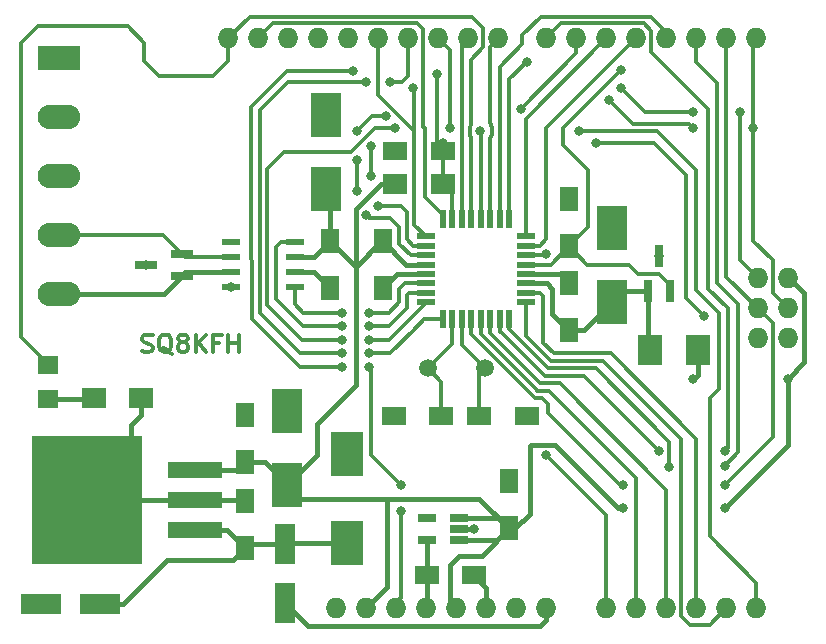
<source format=gtl>
G04 #@! TF.FileFunction,Copper,L1,Top,Signal*
%FSLAX46Y46*%
G04 Gerber Fmt 4.6, Leading zero omitted, Abs format (unit mm)*
G04 Created by KiCad (PCBNEW 4.0.6) date Tuesday, 13 February 2018 20:17:47*
%MOMM*%
%LPD*%
G01*
G04 APERTURE LIST*
%ADD10C,0.100000*%
%ADD11C,0.300000*%
%ADD12O,1.727200X1.727200*%
%ADD13R,1.600000X2.000000*%
%ADD14R,2.000000X1.600000*%
%ADD15R,2.000000X2.500000*%
%ADD16C,1.501140*%
%ADD17R,2.500000X3.750000*%
%ADD18R,1.800860X1.597660*%
%ADD19R,1.900000X0.800000*%
%ADD20R,1.800860X3.500120*%
%ADD21R,3.500120X1.800860*%
%ADD22R,3.600000X2.100000*%
%ADD23O,3.600000X2.100000*%
%ADD24R,2.000000X1.700000*%
%ADD25R,0.800000X1.900000*%
%ADD26R,1.600000X0.550000*%
%ADD27R,0.550000X1.600000*%
%ADD28R,1.560000X0.650000*%
%ADD29R,1.550000X0.600000*%
%ADD30R,4.600000X1.390000*%
%ADD31R,9.400000X10.800000*%
%ADD32R,2.700000X3.750000*%
%ADD33C,0.800000*%
%ADD34C,0.400000*%
G04 APERTURE END LIST*
D10*
D11*
X159976857Y-80744143D02*
X160191143Y-80815571D01*
X160548286Y-80815571D01*
X160691143Y-80744143D01*
X160762572Y-80672714D01*
X160834000Y-80529857D01*
X160834000Y-80387000D01*
X160762572Y-80244143D01*
X160691143Y-80172714D01*
X160548286Y-80101286D01*
X160262572Y-80029857D01*
X160119714Y-79958429D01*
X160048286Y-79887000D01*
X159976857Y-79744143D01*
X159976857Y-79601286D01*
X160048286Y-79458429D01*
X160119714Y-79387000D01*
X160262572Y-79315571D01*
X160619714Y-79315571D01*
X160834000Y-79387000D01*
X162476857Y-80958429D02*
X162334000Y-80887000D01*
X162191143Y-80744143D01*
X161976857Y-80529857D01*
X161834000Y-80458429D01*
X161691143Y-80458429D01*
X161762571Y-80815571D02*
X161619714Y-80744143D01*
X161476857Y-80601286D01*
X161405428Y-80315571D01*
X161405428Y-79815571D01*
X161476857Y-79529857D01*
X161619714Y-79387000D01*
X161762571Y-79315571D01*
X162048285Y-79315571D01*
X162191143Y-79387000D01*
X162334000Y-79529857D01*
X162405428Y-79815571D01*
X162405428Y-80315571D01*
X162334000Y-80601286D01*
X162191143Y-80744143D01*
X162048285Y-80815571D01*
X161762571Y-80815571D01*
X163262572Y-79958429D02*
X163119714Y-79887000D01*
X163048286Y-79815571D01*
X162976857Y-79672714D01*
X162976857Y-79601286D01*
X163048286Y-79458429D01*
X163119714Y-79387000D01*
X163262572Y-79315571D01*
X163548286Y-79315571D01*
X163691143Y-79387000D01*
X163762572Y-79458429D01*
X163834000Y-79601286D01*
X163834000Y-79672714D01*
X163762572Y-79815571D01*
X163691143Y-79887000D01*
X163548286Y-79958429D01*
X163262572Y-79958429D01*
X163119714Y-80029857D01*
X163048286Y-80101286D01*
X162976857Y-80244143D01*
X162976857Y-80529857D01*
X163048286Y-80672714D01*
X163119714Y-80744143D01*
X163262572Y-80815571D01*
X163548286Y-80815571D01*
X163691143Y-80744143D01*
X163762572Y-80672714D01*
X163834000Y-80529857D01*
X163834000Y-80244143D01*
X163762572Y-80101286D01*
X163691143Y-80029857D01*
X163548286Y-79958429D01*
X164476857Y-80815571D02*
X164476857Y-79315571D01*
X165334000Y-80815571D02*
X164691143Y-79958429D01*
X165334000Y-79315571D02*
X164476857Y-80172714D01*
X166476857Y-80029857D02*
X165976857Y-80029857D01*
X165976857Y-80815571D02*
X165976857Y-79315571D01*
X166691143Y-79315571D01*
X167262571Y-80815571D02*
X167262571Y-79315571D01*
X167262571Y-80029857D02*
X168119714Y-80029857D01*
X168119714Y-80815571D02*
X168119714Y-79315571D01*
D12*
X212090000Y-79629000D03*
X214630000Y-79629000D03*
X214630000Y-77089000D03*
X212090000Y-77089000D03*
X214630000Y-74549000D03*
X199263000Y-102489000D03*
X194183000Y-102489000D03*
X191643000Y-102489000D03*
X189103000Y-102489000D03*
X186563000Y-102489000D03*
X184023000Y-102489000D03*
X181483000Y-102489000D03*
X178943000Y-102489000D03*
X211963000Y-54229000D03*
X209423000Y-54229000D03*
X206883000Y-54229000D03*
X204343000Y-54229000D03*
X201803000Y-54229000D03*
X199263000Y-54229000D03*
X196723000Y-54229000D03*
X194183000Y-54229000D03*
X174879000Y-54229000D03*
X190119000Y-54229000D03*
X187579000Y-54229000D03*
X185039000Y-54229000D03*
X167259000Y-54229000D03*
X169799000Y-54229000D03*
X172339000Y-54229000D03*
X177419000Y-54229000D03*
X179959000Y-54229000D03*
X182499000Y-54229000D03*
X176403000Y-102489000D03*
X201803000Y-102489000D03*
X204343000Y-102489000D03*
X206883000Y-102489000D03*
X209423000Y-102489000D03*
X211963000Y-102489000D03*
X212090000Y-74549000D03*
D13*
X180340000Y-75406000D03*
X180340000Y-71406000D03*
X175895000Y-75406000D03*
X175895000Y-71406000D03*
X191008000Y-91726000D03*
X191008000Y-95726000D03*
D14*
X188055000Y-99695000D03*
X184055000Y-99695000D03*
D13*
X168656000Y-90138000D03*
X168656000Y-86138000D03*
D15*
X206978000Y-80645000D03*
X202978000Y-80645000D03*
D16*
X184122060Y-82169000D03*
X189003940Y-82169000D03*
D13*
X196088000Y-74962000D03*
X196088000Y-78962000D03*
X196088000Y-67850000D03*
X196088000Y-71850000D03*
D17*
X175514000Y-67006000D03*
X175514000Y-60756000D03*
X199771000Y-76531000D03*
X199771000Y-70281000D03*
D14*
X181261000Y-86233000D03*
X185261000Y-86233000D03*
X181388000Y-63754000D03*
X185388000Y-63754000D03*
X192500000Y-86233000D03*
X188500000Y-86233000D03*
D13*
X168656000Y-97377000D03*
X168656000Y-93377000D03*
D17*
X172212000Y-92025000D03*
X172212000Y-85775000D03*
D18*
X152019000Y-81892140D03*
X152019000Y-84731860D03*
D19*
X163298000Y-74356000D03*
X163298000Y-72456000D03*
X160298000Y-73406000D03*
D20*
X172085000Y-97068640D03*
X172085000Y-102067360D03*
D21*
X156423360Y-102108000D03*
X151424640Y-102108000D03*
D22*
X152908000Y-55880000D03*
D23*
X152908000Y-60880000D03*
X152908000Y-65880000D03*
X152908000Y-70880000D03*
X152908000Y-75880000D03*
D24*
X185388000Y-66548000D03*
X181388000Y-66548000D03*
X159861000Y-84709000D03*
X155861000Y-84709000D03*
D25*
X202758000Y-75668000D03*
X204658000Y-75668000D03*
X203708000Y-72668000D03*
D26*
X183964000Y-70987000D03*
X183964000Y-71787000D03*
X183964000Y-72587000D03*
X183964000Y-73387000D03*
X183964000Y-74187000D03*
X183964000Y-74987000D03*
X183964000Y-75787000D03*
X183964000Y-76587000D03*
D27*
X185414000Y-78037000D03*
X186214000Y-78037000D03*
X187014000Y-78037000D03*
X187814000Y-78037000D03*
X188614000Y-78037000D03*
X189414000Y-78037000D03*
X190214000Y-78037000D03*
X191014000Y-78037000D03*
D26*
X192464000Y-76587000D03*
X192464000Y-75787000D03*
X192464000Y-74987000D03*
X192464000Y-74187000D03*
X192464000Y-73387000D03*
X192464000Y-72587000D03*
X192464000Y-71787000D03*
X192464000Y-70987000D03*
D27*
X191014000Y-69537000D03*
X190214000Y-69537000D03*
X189414000Y-69537000D03*
X188614000Y-69537000D03*
X187814000Y-69537000D03*
X187014000Y-69537000D03*
X186214000Y-69537000D03*
X185414000Y-69537000D03*
D28*
X186770000Y-96708000D03*
X186770000Y-95758000D03*
X186770000Y-94808000D03*
X184070000Y-94808000D03*
X184070000Y-96708000D03*
D29*
X172880000Y-75311000D03*
X172880000Y-74041000D03*
X172880000Y-72771000D03*
X172880000Y-71501000D03*
X167480000Y-71501000D03*
X167480000Y-72771000D03*
X167480000Y-74041000D03*
X167480000Y-75311000D03*
D30*
X164468000Y-93345000D03*
D31*
X155318000Y-93345000D03*
D30*
X164468000Y-90805000D03*
X164468000Y-95885000D03*
D32*
X177292000Y-96993000D03*
X177292000Y-89443000D03*
D33*
X184912000Y-57277000D03*
X177800000Y-57023000D03*
X185420000Y-63119000D03*
X198374000Y-63119000D03*
X207518000Y-77724000D03*
X181864000Y-94234000D03*
X181864000Y-92075000D03*
X179197000Y-82042000D03*
X176911000Y-82042000D03*
X188087000Y-95758000D03*
X191008000Y-91726000D03*
X175514000Y-60756000D03*
X181388000Y-63754000D03*
X196088000Y-67850000D03*
X199771000Y-70281000D03*
X203708000Y-72668000D03*
X192500000Y-86233000D03*
X196088000Y-74962000D03*
X180340000Y-75406000D03*
X181261000Y-86233000D03*
X175895000Y-75406000D03*
X167480000Y-75311000D03*
X160298000Y-73406000D03*
X172212000Y-85775000D03*
X168656000Y-86138000D03*
X177292000Y-89443000D03*
X168656000Y-93377000D03*
X157734000Y-93345000D03*
X157734000Y-89789000D03*
X153035000Y-89789000D03*
X153035000Y-93345000D03*
X153035000Y-96774000D03*
X157607000Y-96774000D03*
X155321000Y-96774000D03*
X155321000Y-89789000D03*
X155318000Y-93345000D03*
X179324000Y-63373000D03*
X179324000Y-65913000D03*
X206629000Y-61849000D03*
X199517000Y-59436000D03*
X179959000Y-68453000D03*
X211709000Y-61849000D03*
X200660000Y-92075000D03*
X209296000Y-92075000D03*
X200660000Y-93980000D03*
X209296000Y-93980000D03*
X214630000Y-83058000D03*
X206629000Y-83058000D03*
X200533000Y-56896000D03*
X182880000Y-58420000D03*
X200533000Y-58420000D03*
X206629000Y-60452000D03*
X210566000Y-60452000D03*
X179197000Y-77470000D03*
X176911000Y-77470000D03*
X179197000Y-78613000D03*
X176911000Y-78613000D03*
X194183000Y-72517000D03*
X194183000Y-89535000D03*
X209296000Y-90424000D03*
X204597000Y-90551000D03*
X192024000Y-60198000D03*
X180594000Y-60833000D03*
X178181000Y-62103000D03*
X178181000Y-64516000D03*
X178181000Y-67183000D03*
X178943000Y-69215000D03*
X209296000Y-89154000D03*
X203708000Y-89154000D03*
X181356000Y-61849000D03*
X179197000Y-79756000D03*
X176911000Y-79756000D03*
X186055000Y-61849000D03*
X192532000Y-56261000D03*
X176911000Y-80899000D03*
X179197000Y-80899000D03*
X180975000Y-57912000D03*
X178943000Y-57912000D03*
X196977000Y-62103000D03*
X188595000Y-62103000D03*
X151384000Y-101981000D03*
D11*
X172212000Y-57023000D02*
X177800000Y-57023000D01*
X169164000Y-60071000D02*
X172212000Y-57023000D01*
X184912000Y-63278000D02*
X184912000Y-57277000D01*
X169164000Y-60071000D02*
X169164000Y-67945000D01*
X185420000Y-63119000D02*
X185388000Y-63151000D01*
X203327000Y-63119000D02*
X198374000Y-63119000D01*
X205994000Y-65786000D02*
X203327000Y-63119000D01*
X205994000Y-76200000D02*
X205994000Y-65786000D01*
X207518000Y-77724000D02*
X205994000Y-76200000D01*
X185388000Y-63151000D02*
X185388000Y-63754000D01*
X184912000Y-63278000D02*
X185388000Y-63754000D01*
X169291000Y-77978000D02*
X169164000Y-67945000D01*
X181483000Y-101981000D02*
X181864000Y-101600000D01*
X181864000Y-101600000D02*
X181864000Y-94234000D01*
X181864000Y-92075000D02*
X179324000Y-89535000D01*
X179324000Y-89535000D02*
X179324000Y-82169000D01*
X179324000Y-82169000D02*
X179197000Y-82042000D01*
X176911000Y-82042000D02*
X173355000Y-82042000D01*
X173355000Y-82042000D02*
X169291000Y-77978000D01*
X169164000Y-67945000D02*
X169164000Y-67818000D01*
X185388000Y-66548000D02*
X185388000Y-63754000D01*
X186214000Y-69537000D02*
X186214000Y-67374000D01*
X186214000Y-67374000D02*
X185388000Y-66548000D01*
X186214000Y-66612000D02*
X186150000Y-66548000D01*
X181483000Y-102489000D02*
X181483000Y-101981000D01*
D34*
X186770000Y-95758000D02*
X188087000Y-95758000D01*
X192464000Y-74187000D02*
X195313000Y-74187000D01*
X195313000Y-74187000D02*
X196088000Y-74962000D01*
X183964000Y-74187000D02*
X181559000Y-74187000D01*
X181559000Y-74187000D02*
X180340000Y-75406000D01*
X172880000Y-74041000D02*
X174530000Y-74041000D01*
X174530000Y-74041000D02*
X175895000Y-75406000D01*
X188055000Y-99695000D02*
X189103000Y-100743000D01*
X189103000Y-100743000D02*
X189103000Y-102489000D01*
X172212000Y-85775000D02*
X171849000Y-86138000D01*
X159861000Y-84709000D02*
X159861000Y-86138000D01*
X159861000Y-86138000D02*
X159004000Y-86995000D01*
X159004000Y-86995000D02*
X159004000Y-89659000D01*
X159004000Y-89659000D02*
X155318000Y-93345000D01*
X157734000Y-93345000D02*
X155318000Y-93345000D01*
X157734000Y-89789000D02*
X155318000Y-92205000D01*
X155318000Y-92205000D02*
X155318000Y-93345000D01*
X153035000Y-89789000D02*
X155318000Y-92072000D01*
X155318000Y-92072000D02*
X155318000Y-93345000D01*
X153035000Y-93345000D02*
X155318000Y-93345000D01*
X153035000Y-96774000D02*
X155318000Y-94491000D01*
X155318000Y-94491000D02*
X155318000Y-93345000D01*
X157607000Y-96774000D02*
X155318000Y-94485000D01*
X155318000Y-94485000D02*
X155318000Y-93345000D01*
X155321000Y-96774000D02*
X155318000Y-96771000D01*
X155318000Y-96771000D02*
X155318000Y-93345000D01*
X155321000Y-89789000D02*
X155318000Y-89792000D01*
X155318000Y-89792000D02*
X155318000Y-93345000D01*
X168656000Y-93377000D02*
X168624000Y-93345000D01*
X168624000Y-93345000D02*
X164468000Y-93345000D01*
X155318000Y-93345000D02*
X164468000Y-93345000D01*
D11*
X179324000Y-65913000D02*
X179324000Y-63373000D01*
X206629000Y-61849000D02*
X206248000Y-61468000D01*
X206248000Y-61468000D02*
X201549000Y-61468000D01*
X201549000Y-61468000D02*
X199517000Y-59436000D01*
X179959000Y-68453000D02*
X181864000Y-68453000D01*
X181864000Y-68453000D02*
X182372000Y-68961000D01*
X182372000Y-68961000D02*
X182372000Y-71247000D01*
X182372000Y-71247000D02*
X182912000Y-71787000D01*
X182912000Y-71787000D02*
X183964000Y-71787000D01*
X214630000Y-77089000D02*
X213360000Y-75819000D01*
X213360000Y-75819000D02*
X213360000Y-73025000D01*
X213360000Y-73025000D02*
X211709000Y-71374000D01*
X211709000Y-71374000D02*
X211709000Y-61849000D01*
X211709000Y-61849000D02*
X211709000Y-54483000D01*
X211709000Y-54483000D02*
X211963000Y-54229000D01*
X209423000Y-54229000D02*
X209423000Y-74422000D01*
X209423000Y-74422000D02*
X212090000Y-77089000D01*
X194310000Y-85217000D02*
X194310000Y-85979000D01*
X194310000Y-85979000D02*
X200406000Y-92075000D01*
X200406000Y-92075000D02*
X200660000Y-92075000D01*
X209296000Y-92075000D02*
X213360000Y-88011000D01*
X213360000Y-88011000D02*
X213360000Y-78359000D01*
X213360000Y-78359000D02*
X212090000Y-77089000D01*
X192938400Y-84429600D02*
X193217800Y-84709000D01*
X193217800Y-84709000D02*
X193802000Y-84709000D01*
X193802000Y-84709000D02*
X194310000Y-85217000D01*
X187814000Y-78037000D02*
X187814000Y-79305200D01*
X187814000Y-79305200D02*
X192938400Y-84429600D01*
D34*
X186770000Y-96708000D02*
X190026000Y-96708000D01*
X190026000Y-96708000D02*
X191008000Y-95726000D01*
X186563000Y-102489000D02*
X186055000Y-101981000D01*
X186055000Y-101981000D02*
X186055000Y-98806000D01*
X188690000Y-98044000D02*
X191008000Y-95726000D01*
X186817000Y-98044000D02*
X188690000Y-98044000D01*
X186055000Y-98806000D02*
X186817000Y-98044000D01*
X186770000Y-94808000D02*
X190090000Y-94808000D01*
X190090000Y-94808000D02*
X191008000Y-95726000D01*
X191548000Y-95726000D02*
X192786000Y-94488000D01*
X200279000Y-93980000D02*
X200660000Y-93980000D01*
X209296000Y-93980000D02*
X214630000Y-88646000D01*
X214630000Y-88646000D02*
X214630000Y-83058000D01*
X192786000Y-94488000D02*
X192786000Y-88773000D01*
X192786000Y-88773000D02*
X192913000Y-88646000D01*
X192913000Y-88646000D02*
X194945000Y-88646000D01*
X194945000Y-88646000D02*
X195961000Y-89662000D01*
X195961000Y-89662000D02*
X200279000Y-93980000D01*
X191548000Y-95726000D02*
X191008000Y-95726000D01*
X180721000Y-93218000D02*
X188500000Y-93218000D01*
X188500000Y-93218000D02*
X191008000Y-95726000D01*
X175895000Y-71406000D02*
X175895000Y-67387000D01*
X175895000Y-67387000D02*
X175514000Y-67006000D01*
X214630000Y-74549000D02*
X214757000Y-74549000D01*
X214757000Y-74549000D02*
X216027000Y-75819000D01*
X216027000Y-75819000D02*
X216027000Y-81661000D01*
X216027000Y-81661000D02*
X214630000Y-83058000D01*
X206629000Y-83058000D02*
X206978000Y-82709000D01*
X206978000Y-82709000D02*
X206978000Y-80645000D01*
X181388000Y-66548000D02*
X180213000Y-66548000D01*
X180213000Y-66548000D02*
X178054000Y-68707000D01*
X178054000Y-68707000D02*
X178054000Y-73565000D01*
X183964000Y-73387000D02*
X182321000Y-73387000D01*
X182321000Y-73387000D02*
X180340000Y-71406000D01*
X178054000Y-73565000D02*
X180213000Y-71406000D01*
X180213000Y-71406000D02*
X180340000Y-71406000D01*
X172212000Y-92025000D02*
X174752000Y-89485000D01*
X174752000Y-89485000D02*
X174752000Y-86868000D01*
X174752000Y-86868000D02*
X178054000Y-83566000D01*
X178054000Y-83566000D02*
X178054000Y-73565000D01*
X178054000Y-73565000D02*
X175895000Y-71406000D01*
X172880000Y-72771000D02*
X174530000Y-72771000D01*
X174530000Y-72771000D02*
X175895000Y-71406000D01*
X172212000Y-92025000D02*
X173405000Y-93218000D01*
X173405000Y-93218000D02*
X180721000Y-93218000D01*
X180721000Y-93218000D02*
X180721000Y-100711000D01*
X180721000Y-100711000D02*
X178943000Y-102489000D01*
X168656000Y-90138000D02*
X170325000Y-90138000D01*
X170325000Y-90138000D02*
X172212000Y-92025000D01*
X164468000Y-90805000D02*
X167989000Y-90805000D01*
X167989000Y-90805000D02*
X168656000Y-90138000D01*
X194183000Y-102489000D02*
X194183000Y-103505000D01*
X194183000Y-103505000D02*
X193675000Y-104013000D01*
X193675000Y-104013000D02*
X174030640Y-104013000D01*
X174030640Y-104013000D02*
X172085000Y-102067360D01*
D11*
X197739000Y-70199000D02*
X196088000Y-71850000D01*
X197739000Y-65405000D02*
X197739000Y-70199000D01*
X195580000Y-63246000D02*
X197739000Y-65405000D01*
X195580000Y-61849000D02*
X195580000Y-63246000D01*
X200533000Y-56896000D02*
X195580000Y-61849000D01*
X204658000Y-75668000D02*
X204658000Y-75118000D01*
X204658000Y-75118000D02*
X203708000Y-74168000D01*
X203708000Y-74168000D02*
X201930000Y-74168000D01*
X201930000Y-74168000D02*
X201168000Y-73406000D01*
X201168000Y-73406000D02*
X197644000Y-73406000D01*
X197644000Y-73406000D02*
X196088000Y-71850000D01*
X196564000Y-71850000D02*
X196088000Y-71850000D01*
X192464000Y-73387000D02*
X194551000Y-73387000D01*
X194551000Y-73387000D02*
X196088000Y-71850000D01*
X212090000Y-74549000D02*
X210566000Y-73025000D01*
X183007000Y-58547000D02*
X183007000Y-62103000D01*
X182880000Y-58420000D02*
X183007000Y-58547000D01*
X202565000Y-60452000D02*
X200533000Y-58420000D01*
X206629000Y-60452000D02*
X202565000Y-60452000D01*
X210566000Y-73025000D02*
X210566000Y-60452000D01*
X183964000Y-70987000D02*
X183007000Y-70030000D01*
X183007000Y-70030000D02*
X183007000Y-62103000D01*
X183007000Y-62103000D02*
X179959000Y-59055000D01*
X179959000Y-59055000D02*
X179959000Y-54229000D01*
D34*
X202758000Y-75668000D02*
X202758000Y-80425000D01*
X202758000Y-80425000D02*
X202978000Y-80645000D01*
X202758000Y-75668000D02*
X200634000Y-75668000D01*
X200634000Y-75668000D02*
X199771000Y-76531000D01*
X196088000Y-78962000D02*
X197340000Y-78962000D01*
X197340000Y-78962000D02*
X199771000Y-76531000D01*
X192464000Y-74987000D02*
X194240000Y-74987000D01*
X194240000Y-74987000D02*
X194691000Y-75438000D01*
X194691000Y-75438000D02*
X194691000Y-77565000D01*
X194691000Y-77565000D02*
X196088000Y-78962000D01*
D11*
X183964000Y-74987000D02*
X182188000Y-74987000D01*
X182188000Y-74987000D02*
X181737000Y-75438000D01*
X181737000Y-75438000D02*
X181737000Y-76581000D01*
X181737000Y-76581000D02*
X180848000Y-77470000D01*
X180848000Y-77470000D02*
X179197000Y-77470000D01*
X176911000Y-77470000D02*
X173609000Y-77470000D01*
X173609000Y-77470000D02*
X172880000Y-76741000D01*
X172880000Y-76741000D02*
X172880000Y-75311000D01*
X183964000Y-75787000D02*
X182785000Y-75787000D01*
X182785000Y-75787000D02*
X182573002Y-75787000D01*
X182573002Y-75787000D02*
X182372000Y-75988002D01*
X182372000Y-75988002D02*
X182372000Y-77089000D01*
X182372000Y-77089000D02*
X180848000Y-78613000D01*
X180848000Y-78613000D02*
X179197000Y-78613000D01*
X176911000Y-78613000D02*
X173609000Y-78613000D01*
X173609000Y-78613000D02*
X171323000Y-76327000D01*
X171323000Y-76327000D02*
X171323000Y-71882000D01*
X171323000Y-71882000D02*
X171704000Y-71501000D01*
X171704000Y-71501000D02*
X172880000Y-71501000D01*
X192464000Y-72587000D02*
X194113000Y-72587000D01*
X194113000Y-72587000D02*
X194183000Y-72517000D01*
X199263000Y-102489000D02*
X199263000Y-94615000D01*
X194183000Y-72517000D02*
X194126000Y-72460000D01*
X199263000Y-94615000D02*
X194183000Y-89535000D01*
D34*
X184055000Y-99695000D02*
X184070000Y-99680000D01*
X184070000Y-99680000D02*
X184070000Y-96708000D01*
X184023000Y-102489000D02*
X184055000Y-102457000D01*
X184055000Y-102457000D02*
X184055000Y-99695000D01*
D11*
X206883000Y-54229000D02*
X206883000Y-56261000D01*
X206883000Y-56261000D02*
X208661000Y-58039000D01*
X208661000Y-58039000D02*
X208661000Y-74930000D01*
X208661000Y-74930000D02*
X210439000Y-76708000D01*
X210439000Y-76708000D02*
X210439000Y-89281000D01*
X210439000Y-89281000D02*
X209296000Y-90424000D01*
X204597000Y-90551000D02*
X204597000Y-89281000D01*
X204597000Y-89281000D02*
X204597000Y-88392000D01*
X204597000Y-88392000D02*
X198374000Y-82169000D01*
X198374000Y-82169000D02*
X196596000Y-82169000D01*
X194310000Y-82169000D02*
X196596000Y-82169000D01*
X191014000Y-78037000D02*
X191014000Y-78873000D01*
X191014000Y-78873000D02*
X194310000Y-82169000D01*
X204343000Y-54229000D02*
X204343000Y-53721000D01*
X204343000Y-53721000D02*
X203009500Y-52387500D01*
X203009500Y-52387500D02*
X193738500Y-52387500D01*
X193738500Y-52387500D02*
X192151000Y-53975000D01*
X192151000Y-53975000D02*
X192151000Y-54737000D01*
X192151000Y-54737000D02*
X190214000Y-56674000D01*
X190214000Y-56674000D02*
X190214000Y-69537000D01*
X192464000Y-71787000D02*
X193643000Y-71787000D01*
X193643000Y-71787000D02*
X194183000Y-71247000D01*
X194183000Y-71247000D02*
X194183000Y-61849000D01*
X194183000Y-61849000D02*
X201803000Y-54229000D01*
X192464000Y-70987000D02*
X192464000Y-61028000D01*
X192464000Y-61028000D02*
X199263000Y-54229000D01*
X183964000Y-72587000D02*
X182696000Y-72587000D01*
X196723000Y-55499000D02*
X196723000Y-54229000D01*
X192024000Y-60198000D02*
X196723000Y-55499000D01*
X179451000Y-60833000D02*
X180594000Y-60833000D01*
X178181000Y-62103000D02*
X179451000Y-60833000D01*
X178181000Y-67183000D02*
X178181000Y-64516000D01*
X179197000Y-69469000D02*
X178943000Y-69215000D01*
X180975000Y-69469000D02*
X179197000Y-69469000D01*
X181737000Y-70231000D02*
X180975000Y-69469000D01*
X181737000Y-71628000D02*
X181737000Y-70231000D01*
X182696000Y-72587000D02*
X181737000Y-71628000D01*
X194183000Y-54229000D02*
X195453000Y-52959000D01*
X195453000Y-52959000D02*
X202438000Y-52959000D01*
X202438000Y-52959000D02*
X203073000Y-53594000D01*
X203073000Y-53594000D02*
X203073000Y-55372000D01*
X203073000Y-55372000D02*
X205867000Y-58166000D01*
X205867000Y-58166000D02*
X207645000Y-59944000D01*
X207645000Y-59944000D02*
X207899000Y-60198000D01*
X207899000Y-60198000D02*
X207899000Y-75438000D01*
X207899000Y-75438000D02*
X209550000Y-77089000D01*
X209550000Y-77089000D02*
X209550000Y-88900000D01*
X209550000Y-88900000D02*
X209296000Y-89154000D01*
X203708000Y-89154000D02*
X197358000Y-82804000D01*
X197358000Y-82804000D02*
X195834000Y-82804000D01*
X190214000Y-79089000D02*
X190341000Y-79089000D01*
X190341000Y-79089000D02*
X194056000Y-82804000D01*
X194056000Y-82804000D02*
X195834000Y-82804000D01*
X190214000Y-78037000D02*
X190214000Y-79089000D01*
X189414000Y-69537000D02*
X189414000Y-62738000D01*
X189414000Y-62738000D02*
X189541000Y-62357000D01*
X189541000Y-62357000D02*
X189541000Y-61849000D01*
X189541000Y-61849000D02*
X189414000Y-61341000D01*
X189414000Y-61341000D02*
X189414000Y-54934000D01*
X189414000Y-54934000D02*
X190119000Y-54229000D01*
X187014000Y-69537000D02*
X187014000Y-54794000D01*
X187014000Y-54794000D02*
X187579000Y-54229000D01*
X183964000Y-76640000D02*
X180848000Y-79756000D01*
X170561000Y-67818000D02*
X170561000Y-65278000D01*
X170561000Y-76835000D02*
X170561000Y-67818000D01*
X173482000Y-79756000D02*
X170561000Y-76835000D01*
X180848000Y-79756000D02*
X179197000Y-79756000D01*
X176911000Y-79756000D02*
X173482000Y-79756000D01*
X186055000Y-55245000D02*
X185039000Y-54229000D01*
X186055000Y-61849000D02*
X186055000Y-55245000D01*
X177673000Y-63881000D02*
X179705000Y-61849000D01*
X171958000Y-63881000D02*
X177673000Y-63881000D01*
X170561000Y-65278000D02*
X171958000Y-63881000D01*
X179705000Y-61849000D02*
X181356000Y-61849000D01*
X183964000Y-76640000D02*
X183964000Y-76587000D01*
X167259000Y-54229000D02*
X169079002Y-52408998D01*
X169079002Y-52408998D02*
X187917998Y-52408998D01*
X187917998Y-52408998D02*
X188849000Y-53340000D01*
X188849000Y-53340000D02*
X188849000Y-54991000D01*
X188849000Y-54991000D02*
X187814000Y-56026000D01*
X187814000Y-56026000D02*
X187814000Y-61468000D01*
X187814000Y-61468000D02*
X187687000Y-61849000D01*
X187687000Y-61849000D02*
X187687000Y-62357000D01*
X187687000Y-62357000D02*
X187814000Y-62738000D01*
X187814000Y-62738000D02*
X187814000Y-69537000D01*
X152019000Y-81892140D02*
X152019000Y-81788000D01*
X152019000Y-81788000D02*
X149733000Y-79502000D01*
X149733000Y-79502000D02*
X149733000Y-54610000D01*
X149733000Y-54610000D02*
X151130000Y-53213000D01*
X151130000Y-53213000D02*
X158750000Y-53213000D01*
X158750000Y-53213000D02*
X160147000Y-54610000D01*
X160147000Y-54610000D02*
X160147000Y-56134000D01*
X160147000Y-56134000D02*
X161417000Y-57404000D01*
X161417000Y-57404000D02*
X165989000Y-57404000D01*
X165989000Y-57404000D02*
X167259000Y-56134000D01*
X167259000Y-56134000D02*
X167259000Y-54229000D01*
X185414000Y-69537000D02*
X185414000Y-69209000D01*
X185414000Y-69209000D02*
X183896000Y-67691000D01*
X183896000Y-67691000D02*
X183896000Y-61849000D01*
X183896000Y-61849000D02*
X183769000Y-61722000D01*
X183769000Y-61722000D02*
X183769000Y-53467000D01*
X183769000Y-53467000D02*
X183261000Y-52959000D01*
X183261000Y-52959000D02*
X171069000Y-52959000D01*
X171069000Y-52959000D02*
X169799000Y-54229000D01*
X191014000Y-69537000D02*
X191014000Y-57652000D01*
X191014000Y-57652000D02*
X192532000Y-56261000D01*
X183070500Y-78803500D02*
X183837000Y-78037000D01*
X183837000Y-78037000D02*
X185414000Y-78037000D01*
X169926000Y-67818000D02*
X169926000Y-60325000D01*
X176911000Y-80899000D02*
X173355000Y-80899000D01*
X180975000Y-80899000D02*
X179197000Y-80899000D01*
X183075000Y-78799000D02*
X183070500Y-78803500D01*
X183070500Y-78803500D02*
X180975000Y-80899000D01*
X173355000Y-80899000D02*
X169926000Y-77470000D01*
X169926000Y-77470000D02*
X169926000Y-67818000D01*
X182499000Y-57404000D02*
X182499000Y-54229000D01*
X181991000Y-57912000D02*
X182499000Y-57404000D01*
X180975000Y-57912000D02*
X181991000Y-57912000D01*
X172339000Y-57912000D02*
X178943000Y-57912000D01*
X169926000Y-60325000D02*
X172339000Y-57912000D01*
X193294000Y-83947000D02*
X193421000Y-84074000D01*
X193421000Y-84074000D02*
X194437000Y-84074000D01*
X194437000Y-84074000D02*
X201803000Y-91440000D01*
X201803000Y-91440000D02*
X201803000Y-102489000D01*
X188614000Y-78037000D02*
X188614000Y-79267000D01*
X188614000Y-79267000D02*
X193294000Y-83947000D01*
X193675000Y-83439000D02*
X195326000Y-83439000D01*
X195326000Y-83439000D02*
X204343000Y-92456000D01*
X204343000Y-92456000D02*
X204343000Y-102489000D01*
X189414000Y-78037000D02*
X189414000Y-79178000D01*
X189414000Y-79178000D02*
X193675000Y-83439000D01*
X192464000Y-75787000D02*
X193643000Y-75787000D01*
X193643000Y-75787000D02*
X193929000Y-76073000D01*
X193929000Y-76073000D02*
X193929000Y-80010000D01*
X193929000Y-80010000D02*
X194818000Y-80899000D01*
X194818000Y-80899000D02*
X199644000Y-80899000D01*
X199644000Y-80899000D02*
X206883000Y-88138000D01*
X206883000Y-88138000D02*
X206883000Y-102489000D01*
X192464000Y-76587000D02*
X192464000Y-79434000D01*
X192464000Y-79434000D02*
X194564000Y-81534000D01*
X194564000Y-81534000D02*
X199009000Y-81534000D01*
X199009000Y-81534000D02*
X205613000Y-88138000D01*
X205613000Y-88138000D02*
X205613000Y-103124000D01*
X205613000Y-103124000D02*
X206375000Y-103886000D01*
X206375000Y-103886000D02*
X208026000Y-103886000D01*
X208026000Y-103886000D02*
X209423000Y-102489000D01*
X211963000Y-102489000D02*
X211963000Y-100330000D01*
X211963000Y-100330000D02*
X208026000Y-96393000D01*
X208026000Y-96393000D02*
X208026000Y-84709000D01*
X208026000Y-84709000D02*
X208788000Y-83947000D01*
X208788000Y-83947000D02*
X208788000Y-77470000D01*
X208788000Y-77470000D02*
X206883000Y-75565000D01*
X206883000Y-75565000D02*
X206883000Y-65405000D01*
X206883000Y-65405000D02*
X203581000Y-62103000D01*
X203581000Y-62103000D02*
X196977000Y-62103000D01*
X188595000Y-62103000D02*
X188614000Y-62122000D01*
X188614000Y-62122000D02*
X188614000Y-69537000D01*
X185261000Y-86233000D02*
X185261000Y-83307940D01*
X185261000Y-83307940D02*
X184122060Y-82169000D01*
X186214000Y-78037000D02*
X186214000Y-80077060D01*
X186214000Y-80077060D02*
X184122060Y-82169000D01*
X188500000Y-86233000D02*
X188500000Y-82672940D01*
X188500000Y-82672940D02*
X189003940Y-82169000D01*
X189135000Y-82300060D02*
X189003940Y-82169000D01*
X187014000Y-78037000D02*
X187014000Y-80179060D01*
X187014000Y-80179060D02*
X189003940Y-82169000D01*
D34*
X177292000Y-96993000D02*
X172160640Y-96993000D01*
X172160640Y-96993000D02*
X172085000Y-97068640D01*
X168656000Y-97377000D02*
X167164000Y-95885000D01*
X167164000Y-95885000D02*
X164468000Y-95885000D01*
X172085000Y-97068640D02*
X168964360Y-97068640D01*
X168964360Y-97068640D02*
X168656000Y-97377000D01*
X156423360Y-102108000D02*
X158369000Y-102108000D01*
X158369000Y-102108000D02*
X162052000Y-98425000D01*
X162052000Y-98425000D02*
X167608000Y-98425000D01*
X167608000Y-98425000D02*
X168656000Y-97377000D01*
X156423360Y-102108000D02*
X158115000Y-102108000D01*
X164338000Y-95885000D02*
X164468000Y-95885000D01*
X155861000Y-84709000D02*
X155838140Y-84731860D01*
X155838140Y-84731860D02*
X152019000Y-84731860D01*
X167480000Y-74041000D02*
X163613000Y-74041000D01*
X163613000Y-74041000D02*
X163298000Y-74356000D01*
X152908000Y-75880000D02*
X161774000Y-75880000D01*
X161774000Y-75880000D02*
X163298000Y-74356000D01*
D11*
X167480000Y-72771000D02*
X163613000Y-72771000D01*
X163613000Y-72771000D02*
X163298000Y-72456000D01*
X152908000Y-70880000D02*
X161722000Y-70880000D01*
X161722000Y-70880000D02*
X163298000Y-72456000D01*
D34*
X151384000Y-101981000D02*
X151424640Y-102021640D01*
X151424640Y-102021640D02*
X151424640Y-102108000D01*
M02*

</source>
